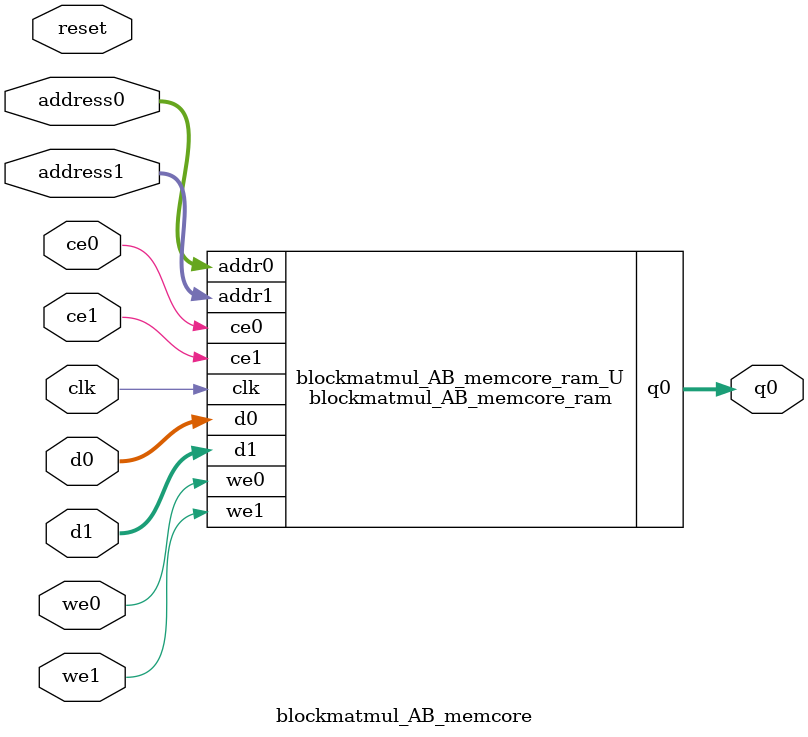
<source format=v>
`timescale 1 ns / 1 ps
module blockmatmul_AB_memcore_ram (addr0, ce0, d0, we0, q0, addr1, ce1, d1, we1,  clk);

parameter DWIDTH = 128;
parameter AWIDTH = 2;
parameter MEM_SIZE = 4;

input[AWIDTH-1:0] addr0;
input ce0;
input[DWIDTH-1:0] d0;
input we0;
output reg[DWIDTH-1:0] q0;
input[AWIDTH-1:0] addr1;
input ce1;
input[DWIDTH-1:0] d1;
input we1;
input clk;

(* ram_style = "block" *)reg [DWIDTH-1:0] ram[0:MEM_SIZE-1];




always @(posedge clk)  
begin 
    if (ce0) begin
        if (we0) 
            ram[addr0] <= d0; 
        q0 <= ram[addr0];
    end
end


always @(posedge clk)  
begin 
    if (ce1) begin
        if (we1) 
            ram[addr1] <= d1; 
    end
end


endmodule

`timescale 1 ns / 1 ps
module blockmatmul_AB_memcore(
    reset,
    clk,
    address0,
    ce0,
    we0,
    d0,
    q0,
    address1,
    ce1,
    we1,
    d1);

parameter DataWidth = 32'd128;
parameter AddressRange = 32'd4;
parameter AddressWidth = 32'd2;
input reset;
input clk;
input[AddressWidth - 1:0] address0;
input ce0;
input we0;
input[DataWidth - 1:0] d0;
output[DataWidth - 1:0] q0;
input[AddressWidth - 1:0] address1;
input ce1;
input we1;
input[DataWidth - 1:0] d1;



blockmatmul_AB_memcore_ram blockmatmul_AB_memcore_ram_U(
    .clk( clk ),
    .addr0( address0 ),
    .ce0( ce0 ),
    .we0( we0 ),
    .d0( d0 ),
    .q0( q0 ),
    .addr1( address1 ),
    .ce1( ce1 ),
    .we1( we1 ),
    .d1( d1 ));

endmodule


</source>
